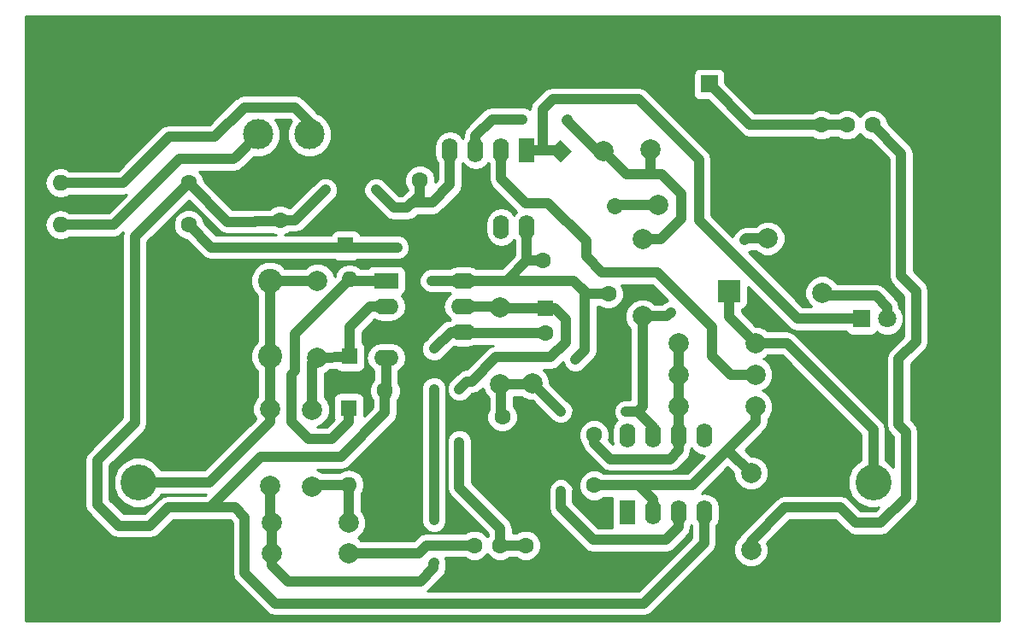
<source format=gbr>
G04 #@! TF.FileFunction,Copper,L2,Bot,Signal*
%FSLAX46Y46*%
G04 Gerber Fmt 4.6, Leading zero omitted, Abs format (unit mm)*
G04 Created by KiCad (PCBNEW 4.0.7-e2-6376~58~ubuntu14.04.1) date Thu Mar  1 13:22:35 2018*
%MOMM*%
%LPD*%
G01*
G04 APERTURE LIST*
%ADD10C,0.100000*%
%ADD11C,1.600000*%
%ADD12O,1.600000X1.600000*%
%ADD13R,1.600000X1.600000*%
%ADD14C,1.600000*%
%ADD15R,1.800000X1.800000*%
%ADD16C,1.800000*%
%ADD17R,2.200000X2.200000*%
%ADD18O,2.200000X2.200000*%
%ADD19C,3.810000*%
%ADD20C,3.556000*%
%ADD21R,3.000000X3.000000*%
%ADD22C,3.000000*%
%ADD23C,2.400000*%
%ADD24O,2.400000X2.400000*%
%ADD25C,1.998980*%
%ADD26R,2.400000X1.600000*%
%ADD27O,2.400000X1.600000*%
%ADD28R,1.600000X2.400000*%
%ADD29O,1.600000X2.400000*%
%ADD30R,1.700000X1.700000*%
%ADD31O,1.700000X1.700000*%
%ADD32C,1.000000*%
%ADD33C,1.000000*%
%ADD34C,0.254000*%
G04 APERTURE END LIST*
D10*
D11*
X16950000Y44200000D03*
D12*
X4250000Y44200000D03*
D13*
X26000000Y43000000D03*
D11*
X26000000Y40500000D03*
X39850000Y39450000D03*
X39850000Y44450000D03*
X58500000Y28200000D03*
X58500000Y33200000D03*
D13*
X32500000Y38000000D03*
D11*
X32500000Y40500000D03*
D13*
X52300000Y31800000D03*
D11*
X52300000Y29300000D03*
X36400000Y18600000D03*
X36400000Y23600000D03*
X47000000Y36500000D03*
X52000000Y36500000D03*
X48000000Y21000000D03*
X48000000Y16000000D03*
X57100000Y19200000D03*
X57100000Y14200000D03*
D13*
X32900000Y27000000D03*
D12*
X32900000Y34620000D03*
D13*
X32800000Y21900000D03*
D12*
X32800000Y14280000D03*
D10*
G36*
X52643629Y47350000D02*
X53775000Y48481371D01*
X54906371Y47350000D01*
X53775000Y46218629D01*
X52643629Y47350000D01*
X52643629Y47350000D01*
G37*
D14*
X59163154Y41961846D02*
X59163154Y41961846D01*
D15*
X83600000Y30725000D03*
D16*
X86140000Y30725000D03*
D17*
X70500000Y33500000D03*
D18*
X70500000Y41120000D03*
D19*
X5650000Y20850000D03*
D20*
X12000000Y14500000D03*
D19*
X18350000Y20850000D03*
X5650000Y8150000D03*
X18350000Y8150000D03*
D21*
X34000000Y49000000D03*
D22*
X28920000Y49000000D03*
X23840000Y49000000D03*
D19*
X78400000Y20850000D03*
D20*
X84750000Y14500000D03*
D19*
X91100000Y20850000D03*
X78400000Y8150000D03*
X91100000Y8150000D03*
D23*
X25000000Y27000000D03*
D24*
X4680000Y27000000D03*
D23*
X25000000Y34500000D03*
D24*
X4680000Y34500000D03*
D11*
X16950000Y40050000D03*
D12*
X4250000Y40050000D03*
D25*
X29700000Y26890000D03*
X29700000Y34510000D03*
X29200000Y14090000D03*
X29200000Y21710000D03*
X25000000Y14190000D03*
X25000000Y21810000D03*
X25190000Y10500000D03*
X32810000Y10500000D03*
X61900000Y30965000D03*
X61900000Y38585000D03*
X62690000Y47500000D03*
X70310000Y47500000D03*
X73110000Y25200000D03*
X65490000Y25200000D03*
X32810000Y7500000D03*
X25190000Y7500000D03*
X63444077Y41980923D03*
X58055923Y47369077D03*
X47800000Y24190000D03*
X47800000Y31810000D03*
X51000000Y24310000D03*
X51000000Y16690000D03*
X72650000Y15435000D03*
X72650000Y7815000D03*
X74305923Y38694077D03*
X79694077Y33305923D03*
X65490000Y22000000D03*
X73110000Y22000000D03*
X73110000Y28300000D03*
X65490000Y28300000D03*
D26*
X36500000Y34500000D03*
D27*
X44120000Y26880000D03*
X36500000Y31960000D03*
X44120000Y29420000D03*
X36500000Y29420000D03*
X44120000Y31960000D03*
X36500000Y26880000D03*
X44120000Y34500000D03*
D28*
X50450000Y47425000D03*
D29*
X42830000Y39805000D03*
X47910000Y47425000D03*
X45370000Y39805000D03*
X45370000Y47425000D03*
X47910000Y39805000D03*
X42830000Y47425000D03*
X50450000Y39805000D03*
D28*
X60400000Y11500000D03*
D29*
X68020000Y19120000D03*
X62940000Y11500000D03*
X65480000Y19120000D03*
X65480000Y11500000D03*
X62940000Y19120000D03*
X68020000Y11500000D03*
X60400000Y19120000D03*
D30*
X68500000Y54000000D03*
D31*
X65960000Y54000000D03*
D11*
X79600000Y49950000D03*
X82140000Y49950000D03*
X84680000Y49950000D03*
X45250000Y8250000D03*
X47790000Y8250000D03*
X50330000Y8250000D03*
D32*
X30500000Y43500000D03*
X35500000Y43500000D03*
X37600000Y37800000D03*
X41000000Y34500000D03*
X55250000Y26650000D03*
X60250000Y21500000D03*
X64725000Y31350000D03*
X72000000Y38500000D03*
X43750000Y23750000D03*
X43750000Y18500000D03*
X41250000Y27750000D03*
X41250000Y6500000D03*
X41250000Y10750000D03*
X41250000Y23750000D03*
X53800000Y13650000D03*
X53800000Y21550000D03*
X54500000Y50500000D03*
X50000000Y50500000D03*
D33*
X11750000Y39000000D02*
X11600000Y38850000D01*
X11600000Y38850000D02*
X11600000Y20400000D01*
X19000000Y12000000D02*
X14900000Y12000000D01*
X14900000Y12000000D02*
X13100000Y10200000D01*
X13100000Y10200000D02*
X10000000Y10200000D01*
X10000000Y10200000D02*
X7900000Y12300000D01*
X7900000Y12300000D02*
X7900000Y16700000D01*
X7900000Y16700000D02*
X11600000Y20400000D01*
X16950000Y44200000D02*
X11750000Y39000000D01*
X16950000Y44200000D02*
X20800000Y40350000D01*
X23575000Y40400000D02*
X25900000Y40400000D01*
X23525000Y40350000D02*
X23575000Y40400000D01*
X20800000Y40350000D02*
X23525000Y40350000D01*
X35500000Y43500000D02*
X37275000Y41725000D01*
X38600000Y41725000D02*
X37275000Y41725000D01*
X27500000Y40500000D02*
X26000000Y40500000D01*
X27500000Y40500000D02*
X30500000Y43500000D01*
X19000000Y12000000D02*
X21500000Y12000000D01*
X25500000Y2500000D02*
X22500000Y5500000D01*
X25500000Y2500000D02*
X62000000Y2500000D01*
X22500000Y11000000D02*
X22500000Y5500000D01*
X21500000Y12000000D02*
X22500000Y11000000D01*
X68020000Y11500000D02*
X68020000Y8520000D01*
X68020000Y8520000D02*
X62000000Y2500000D01*
X25900000Y40400000D02*
X26000000Y40500000D01*
X38600000Y41725000D02*
X39850000Y42975000D01*
X39850000Y42975000D02*
X39850000Y44450000D01*
X42830000Y44005000D02*
X42830000Y47425000D01*
X41075000Y42250000D02*
X42830000Y44005000D01*
X39125000Y42250000D02*
X41075000Y42250000D01*
X38600000Y41725000D02*
X39125000Y42250000D01*
X19100000Y12000000D02*
X19000000Y12000000D01*
X36400000Y23600000D02*
X36400000Y21400000D01*
X36400000Y21400000D02*
X32000000Y17000000D01*
X32000000Y17000000D02*
X24100000Y17000000D01*
X24100000Y17000000D02*
X19100000Y12000000D01*
X36500000Y26880000D02*
X37080000Y26880000D01*
X36500000Y23200000D02*
X36500000Y26880000D01*
X44120000Y34500000D02*
X48425000Y34500000D01*
X41000000Y34500000D02*
X44120000Y34500000D01*
X56200000Y33400000D02*
X55100000Y34500000D01*
X56200000Y27600000D02*
X56200000Y33400000D01*
X55250000Y26650000D02*
X56200000Y27600000D01*
X61400000Y21500000D02*
X60250000Y21500000D01*
X37600000Y37800000D02*
X32700000Y37800000D01*
X32700000Y37800000D02*
X32500000Y38000000D01*
X52000000Y36500000D02*
X50475000Y36500000D01*
X50475000Y36500000D02*
X50450000Y36525000D01*
X72000000Y38500000D02*
X72194077Y38694077D01*
X64340000Y30965000D02*
X64725000Y31350000D01*
X61900000Y30965000D02*
X64340000Y30965000D01*
X72194077Y38694077D02*
X74305923Y38694077D01*
X61900000Y30965000D02*
X61900000Y22000000D01*
X61900000Y22000000D02*
X61400000Y21500000D01*
X50450000Y39805000D02*
X50450000Y36525000D01*
X50450000Y36525000D02*
X48425000Y34500000D01*
X58500000Y33200000D02*
X56400000Y33200000D01*
X56400000Y33200000D02*
X55100000Y34500000D01*
X16950000Y40050000D02*
X19200000Y37800000D01*
X19200000Y37800000D02*
X37600000Y37800000D01*
X55100000Y34500000D02*
X48425000Y34500000D01*
X62940000Y19120000D02*
X62940000Y19960000D01*
X62940000Y19960000D02*
X61400000Y21500000D01*
X47790000Y8250000D02*
X50330000Y8250000D01*
X47790000Y8250000D02*
X47790000Y9960000D01*
X43750000Y14000000D02*
X43750000Y18500000D01*
X47790000Y9960000D02*
X43750000Y14000000D01*
X43750000Y23750000D02*
X44500000Y24500000D01*
X44500000Y24500000D02*
X45000000Y24500000D01*
X52300000Y31800000D02*
X53200000Y31800000D01*
X45000000Y24500000D02*
X47400000Y26900000D01*
X53200000Y31800000D02*
X54300000Y30700000D01*
X54300000Y30700000D02*
X54300000Y28400000D01*
X54300000Y28400000D02*
X52800000Y26900000D01*
X52800000Y26900000D02*
X47400000Y26900000D01*
X52300000Y31800000D02*
X47810000Y31800000D01*
X47810000Y31800000D02*
X47800000Y31810000D01*
X47800000Y31810000D02*
X47650000Y31960000D01*
X47650000Y31960000D02*
X44120000Y31960000D01*
X41250000Y23750000D02*
X41250000Y10750000D01*
X41200000Y6000000D02*
X41200000Y6450000D01*
X41200000Y6450000D02*
X41250000Y6500000D01*
X39900000Y4700000D02*
X41200000Y6000000D01*
X26800000Y4700000D02*
X39900000Y4700000D01*
X25190000Y6310000D02*
X26800000Y4700000D01*
X25190000Y6310000D02*
X25190000Y7500000D01*
X25000000Y14190000D02*
X25000000Y10690000D01*
X25000000Y10690000D02*
X25190000Y10500000D01*
X52300000Y29300000D02*
X44240000Y29300000D01*
X41250000Y27750000D02*
X42920000Y29420000D01*
X42920000Y29420000D02*
X44120000Y29420000D01*
X44240000Y29300000D02*
X44120000Y29420000D01*
X42920000Y29420000D02*
X44120000Y29420000D01*
X25190000Y7500000D02*
X25190000Y10500000D01*
X51000000Y24310000D02*
X53760000Y21550000D01*
X53800000Y13650000D02*
X53800000Y12000000D01*
X53760000Y21550000D02*
X53800000Y21550000D01*
X53800000Y12000000D02*
X57000000Y8800000D01*
X57000000Y8800000D02*
X64200000Y8800000D01*
X64200000Y8800000D02*
X65480000Y10080000D01*
X65480000Y11500000D02*
X65480000Y10080000D01*
X47900000Y20900000D02*
X47900000Y24090000D01*
X47900000Y24090000D02*
X47800000Y24190000D01*
X47800000Y24190000D02*
X50480000Y24190000D01*
X50480000Y24190000D02*
X50490000Y24200000D01*
X65490000Y28300000D02*
X65490000Y25200000D01*
X57100000Y19200000D02*
X57100000Y18400000D01*
X57100000Y18400000D02*
X58700000Y16800000D01*
X58700000Y16800000D02*
X64600000Y16800000D01*
X64600000Y16800000D02*
X65480000Y17680000D01*
X65480000Y17680000D02*
X65480000Y19120000D01*
X65490000Y22000000D02*
X65490000Y25290000D01*
X65490000Y25290000D02*
X65500000Y25300000D01*
X65490000Y22000000D02*
X65490000Y19130000D01*
X65490000Y19130000D02*
X65480000Y19120000D01*
X72650000Y15435000D02*
X70342500Y17742500D01*
X70400000Y17750000D02*
X70400000Y17800000D01*
X70392500Y17742500D02*
X70400000Y17750000D01*
X70342500Y17742500D02*
X70392500Y17742500D01*
X66800000Y14200000D02*
X68035000Y15435000D01*
X73110000Y22000000D02*
X73110000Y20510000D01*
X66800000Y14200000D02*
X61500000Y14200000D01*
X73110000Y20510000D02*
X70400000Y17800000D01*
X70400000Y17800000D02*
X66800000Y14200000D01*
X57100000Y14200000D02*
X61500000Y14200000D01*
X62940000Y12760000D02*
X62940000Y11500000D01*
X61500000Y14200000D02*
X62940000Y12760000D01*
X29200000Y21710000D02*
X29200000Y26390000D01*
X29200000Y26390000D02*
X29700000Y26890000D01*
X32900000Y27000000D02*
X32900000Y29900000D01*
X34960000Y31960000D02*
X36500000Y31960000D01*
X32900000Y29900000D02*
X34960000Y31960000D01*
X29700000Y26890000D02*
X32840000Y26940000D01*
X32840000Y26940000D02*
X32900000Y27000000D01*
X32800000Y21900000D02*
X32800000Y20500000D01*
X27500000Y29220000D02*
X32900000Y34620000D01*
X27500000Y25600000D02*
X27500000Y29220000D01*
X27100000Y25200000D02*
X27500000Y25600000D01*
X27100000Y20500000D02*
X27100000Y25200000D01*
X28800000Y18800000D02*
X27100000Y20500000D01*
X31100000Y18800000D02*
X28800000Y18800000D01*
X32800000Y20500000D02*
X31100000Y18800000D01*
X32900000Y34620000D02*
X33020000Y34500000D01*
X33020000Y34500000D02*
X36500000Y34500000D01*
X32810000Y10500000D02*
X32810000Y14270000D01*
X32810000Y14270000D02*
X32800000Y14280000D01*
X32900000Y14280000D02*
X29390000Y14280000D01*
X29390000Y14280000D02*
X29200000Y14090000D01*
X32500000Y10500000D02*
X32810000Y10500000D01*
X67500000Y40500000D02*
X77275000Y30725000D01*
X61500000Y52500000D02*
X67500000Y46500000D01*
X67500000Y46500000D02*
X67500000Y40500000D01*
X52000000Y47425000D02*
X52000000Y51500000D01*
X52000000Y51500000D02*
X53000000Y52500000D01*
X53000000Y52500000D02*
X61500000Y52500000D01*
X77275000Y30725000D02*
X83600000Y30725000D01*
X50450000Y47425000D02*
X52000000Y47425000D01*
X52000000Y47425000D02*
X53650000Y47425000D01*
X63444077Y41980923D02*
X59182231Y41980923D01*
X59182231Y41980923D02*
X59163154Y41961846D01*
X79694077Y33305923D02*
X80000000Y33000000D01*
X80000000Y33000000D02*
X85000000Y33000000D01*
X85000000Y33000000D02*
X86140000Y31860000D01*
X86140000Y31860000D02*
X86140000Y30725000D01*
X70500000Y33500000D02*
X70500000Y30910000D01*
X70500000Y30910000D02*
X73110000Y28300000D01*
X70500000Y33100000D02*
X70500000Y33500000D01*
X73110000Y28300000D02*
X76200000Y28300000D01*
X76200000Y28300000D02*
X84750000Y19750000D01*
X84750000Y19750000D02*
X84750000Y14500000D01*
X29700000Y34510000D02*
X25010000Y34510000D01*
X25010000Y34510000D02*
X25000000Y34500000D01*
X19000000Y14500000D02*
X25000000Y20500000D01*
X12000000Y14500000D02*
X19000000Y14500000D01*
X25000000Y20500000D02*
X25000000Y21810000D01*
X25000000Y27000000D02*
X25000000Y34500000D01*
X25000000Y21810000D02*
X25000000Y27000000D01*
X29640000Y34450000D02*
X29700000Y34510000D01*
X26220000Y51700000D02*
X27450000Y51700000D01*
X10450000Y44200000D02*
X15000000Y48750000D01*
X15000000Y48750000D02*
X19500000Y48750000D01*
X19500000Y48750000D02*
X22450000Y51700000D01*
X4250000Y44200000D02*
X10450000Y44200000D01*
X22450000Y51700000D02*
X25600000Y51700000D01*
X25600000Y51700000D02*
X26220000Y51700000D01*
X27450000Y51700000D02*
X28920000Y50230000D01*
X28920000Y50230000D02*
X28920000Y49000000D01*
X16000000Y46550000D02*
X21390000Y46550000D01*
X9600000Y40150000D02*
X16000000Y46550000D01*
X23840000Y49000000D02*
X21690000Y46850000D01*
X9500000Y40050000D02*
X9600000Y40150000D01*
X9500000Y40050000D02*
X4250000Y40050000D01*
X21390000Y46550000D02*
X21690000Y46850000D01*
X82140000Y49950000D02*
X79600000Y49950000D01*
X79600000Y49950000D02*
X72550000Y49950000D01*
X72550000Y49950000D02*
X68500000Y54000000D01*
X62690000Y47500000D02*
X62690000Y45075000D01*
X62750000Y45250000D02*
X62750000Y45075000D01*
X62750000Y45135000D02*
X62750000Y45250000D01*
X62690000Y45075000D02*
X62750000Y45135000D01*
X45370000Y47425000D02*
X45370000Y48870000D01*
X54500000Y50500000D02*
X54500000Y50425000D01*
X47000000Y50500000D02*
X50000000Y50500000D01*
X45370000Y48870000D02*
X47000000Y50500000D01*
X58055923Y47369077D02*
X60350000Y45075000D01*
X63710000Y38585000D02*
X61900000Y38585000D01*
X65750000Y40625000D02*
X63710000Y38585000D01*
X65750000Y43100000D02*
X65750000Y40625000D01*
X63775000Y45075000D02*
X65750000Y43100000D01*
X60350000Y45075000D02*
X62750000Y45075000D01*
X62750000Y45075000D02*
X63775000Y45075000D01*
X54500000Y50425000D02*
X54425000Y50425000D01*
X57480923Y47369077D02*
X54425000Y50425000D01*
X58055923Y47369077D02*
X57480923Y47369077D01*
X63375000Y35300000D02*
X68800000Y29875000D01*
X68800000Y29875000D02*
X68800000Y27050000D01*
X47910000Y47425000D02*
X47910000Y44615000D01*
X57900000Y35300000D02*
X63375000Y35300000D01*
X56300000Y36900000D02*
X57900000Y35300000D01*
X56300000Y38425000D02*
X56300000Y36900000D01*
X52550000Y42175000D02*
X56300000Y38425000D01*
X50350000Y42175000D02*
X52550000Y42175000D01*
X47910000Y44615000D02*
X50350000Y42175000D01*
X70650000Y25200000D02*
X73110000Y25200000D01*
X68800000Y27050000D02*
X70650000Y25200000D01*
X32810000Y7500000D02*
X39750000Y7500000D01*
X40500000Y8250000D02*
X45250000Y8250000D01*
X39750000Y7500000D02*
X40500000Y8250000D01*
X87500000Y35000000D02*
X87500000Y47130000D01*
X87500000Y35000000D02*
X89000000Y33500000D01*
X89000000Y33500000D02*
X89000000Y28500000D01*
X72650000Y8650000D02*
X76000000Y12000000D01*
X76000000Y12000000D02*
X81500000Y12000000D01*
X81500000Y12000000D02*
X83000000Y10500000D01*
X83000000Y10500000D02*
X85500000Y10500000D01*
X85500000Y10500000D02*
X88000000Y13000000D01*
X88000000Y13000000D02*
X88000000Y19500000D01*
X88000000Y19500000D02*
X87250000Y20250000D01*
X87250000Y20250000D02*
X87250000Y26750000D01*
X87250000Y26750000D02*
X89000000Y28500000D01*
X87500000Y47130000D02*
X84680000Y49950000D01*
X72650000Y7815000D02*
X72650000Y8650000D01*
D34*
G36*
X97198000Y802000D02*
X802000Y802000D01*
X802000Y44200000D01*
X2693084Y44200000D01*
X2809320Y43615642D01*
X3140332Y43120248D01*
X3635726Y42789236D01*
X4220084Y42673000D01*
X4279916Y42673000D01*
X4864274Y42789236D01*
X5139296Y42973000D01*
X10450000Y42973000D01*
X10746797Y43032037D01*
X8991760Y41277000D01*
X5139296Y41277000D01*
X4864274Y41460764D01*
X4279916Y41577000D01*
X4220084Y41577000D01*
X3635726Y41460764D01*
X3140332Y41129752D01*
X2809320Y40634358D01*
X2693084Y40050000D01*
X2809320Y39465642D01*
X3140332Y38970248D01*
X3635726Y38639236D01*
X4220084Y38523000D01*
X4279916Y38523000D01*
X4864274Y38639236D01*
X5139296Y38823000D01*
X9500000Y38823000D01*
X9969553Y38916400D01*
X10367620Y39182380D01*
X10456867Y39271627D01*
X10373000Y38850000D01*
X10373000Y20908240D01*
X7032380Y17567620D01*
X6766400Y17169553D01*
X6673000Y16700000D01*
X6673000Y12300000D01*
X6766400Y11830447D01*
X7023315Y11445947D01*
X7032380Y11432380D01*
X9132380Y9332380D01*
X9530447Y9066400D01*
X10000000Y8973000D01*
X13100000Y8973000D01*
X13569553Y9066400D01*
X13967620Y9332380D01*
X15408240Y10773000D01*
X20991760Y10773000D01*
X21273000Y10491760D01*
X21273000Y5500000D01*
X21366400Y5030447D01*
X21476013Y4866400D01*
X21632380Y4632380D01*
X24632380Y1632380D01*
X25030448Y1366399D01*
X25500000Y1273000D01*
X62000000Y1273000D01*
X62469553Y1366400D01*
X62867620Y1632380D01*
X68887620Y7652380D01*
X69153601Y8050448D01*
X69247000Y8520000D01*
X69247000Y10202868D01*
X69430764Y10477890D01*
X69547000Y11062248D01*
X69547000Y11937752D01*
X69430764Y12522110D01*
X69099752Y13017504D01*
X68604358Y13348516D01*
X68020000Y13464752D01*
X67745363Y13410123D01*
X70342500Y16007260D01*
X70923502Y15426258D01*
X70923211Y15093087D01*
X71185500Y14458300D01*
X71670745Y13972206D01*
X72305073Y13708810D01*
X72991913Y13708211D01*
X73626700Y13970500D01*
X74112794Y14455745D01*
X74376190Y15090073D01*
X74376789Y15776913D01*
X74114500Y16411700D01*
X73629255Y16897794D01*
X72994927Y17161190D01*
X72658757Y17161483D01*
X72077740Y17742500D01*
X73977620Y19642380D01*
X74243601Y20040448D01*
X74337000Y20510000D01*
X74337000Y20785363D01*
X74572794Y21020745D01*
X74836190Y21655073D01*
X74836789Y22341913D01*
X74574500Y22976700D01*
X74089255Y23462794D01*
X73758796Y23600013D01*
X74086700Y23735500D01*
X74572794Y24220745D01*
X74836190Y24855073D01*
X74836789Y25541913D01*
X74574500Y26176700D01*
X74089255Y26662794D01*
X73879506Y26749889D01*
X74086700Y26835500D01*
X74324616Y27073000D01*
X75691760Y27073000D01*
X83523000Y19241760D01*
X83523000Y16703428D01*
X83332885Y16624874D01*
X82627603Y15920821D01*
X82245436Y15000461D01*
X82244566Y14003911D01*
X82625126Y13082885D01*
X83329179Y12377603D01*
X84249539Y11995436D01*
X85246089Y11994566D01*
X85268647Y12003887D01*
X84991760Y11727000D01*
X83508240Y11727000D01*
X82367620Y12867620D01*
X82312100Y12904717D01*
X81969553Y13133600D01*
X81500000Y13227000D01*
X76000000Y13227000D01*
X75530447Y13133600D01*
X75187900Y12904717D01*
X75132380Y12867620D01*
X71782380Y9517620D01*
X71523064Y9129526D01*
X71187206Y8794255D01*
X70923810Y8159927D01*
X70923211Y7473087D01*
X71185500Y6838300D01*
X71670745Y6352206D01*
X72305073Y6088810D01*
X72991913Y6088211D01*
X73626700Y6350500D01*
X74112794Y6835745D01*
X74376190Y7470073D01*
X74376789Y8156913D01*
X74235090Y8499850D01*
X76508240Y10773000D01*
X80991760Y10773000D01*
X82132380Y9632380D01*
X82530447Y9366400D01*
X83000000Y9273000D01*
X85500000Y9273000D01*
X85969553Y9366400D01*
X86367620Y9632380D01*
X88867620Y12132380D01*
X88930843Y12227000D01*
X89133600Y12530447D01*
X89227000Y13000000D01*
X89227000Y19500000D01*
X89133600Y19969553D01*
X88867620Y20367620D01*
X88477000Y20758240D01*
X88477000Y26241760D01*
X89867620Y27632380D01*
X90133601Y28030448D01*
X90227000Y28500000D01*
X90227000Y33500000D01*
X90133600Y33969553D01*
X89867620Y34367620D01*
X88727000Y35508240D01*
X88727000Y47130000D01*
X88633600Y47599553D01*
X88367620Y47997620D01*
X86207183Y50158057D01*
X86207265Y50252407D01*
X85975283Y50813846D01*
X85546106Y51243773D01*
X84985072Y51476735D01*
X84377593Y51477265D01*
X83816154Y51245283D01*
X83409668Y50839506D01*
X83006106Y51243773D01*
X82445072Y51476735D01*
X81837593Y51477265D01*
X81276154Y51245283D01*
X81207752Y51177000D01*
X80532763Y51177000D01*
X80466106Y51243773D01*
X79905072Y51476735D01*
X79297593Y51477265D01*
X78736154Y51245283D01*
X78667752Y51177000D01*
X73058240Y51177000D01*
X70091242Y54143998D01*
X70091242Y54850000D01*
X70040549Y55119410D01*
X69881328Y55366846D01*
X69638385Y55532843D01*
X69350000Y55591242D01*
X67650000Y55591242D01*
X67380590Y55540549D01*
X67133154Y55381328D01*
X66967157Y55138385D01*
X66908758Y54850000D01*
X66908758Y53150000D01*
X66959451Y52880590D01*
X67118672Y52633154D01*
X67361615Y52467157D01*
X67650000Y52408758D01*
X68356002Y52408758D01*
X71682380Y49082380D01*
X72080447Y48816400D01*
X72550000Y48723000D01*
X78667237Y48723000D01*
X78733894Y48656227D01*
X79294928Y48423265D01*
X79902407Y48422735D01*
X80463846Y48654717D01*
X80532248Y48723000D01*
X81207237Y48723000D01*
X81273894Y48656227D01*
X81834928Y48423265D01*
X82442407Y48422735D01*
X83003846Y48654717D01*
X83410332Y49060494D01*
X83813894Y48656227D01*
X84374928Y48423265D01*
X84471579Y48423181D01*
X86273000Y46621760D01*
X86273000Y35000000D01*
X86366400Y34530447D01*
X86549108Y34257005D01*
X86632380Y34132380D01*
X87773000Y32991760D01*
X87773000Y29008240D01*
X86382380Y27617620D01*
X86116400Y27219553D01*
X86023000Y26750000D01*
X86023000Y20250000D01*
X86116400Y19780447D01*
X86303789Y19500000D01*
X86382380Y19382380D01*
X86773000Y18991760D01*
X86773000Y16019167D01*
X86170821Y16622397D01*
X85977000Y16702879D01*
X85977000Y19750000D01*
X85883600Y20219553D01*
X85617620Y20617620D01*
X77067620Y29167620D01*
X76961973Y29238211D01*
X76669553Y29433600D01*
X76200000Y29527000D01*
X74324637Y29527000D01*
X74089255Y29762794D01*
X73454927Y30026190D01*
X73118757Y30026483D01*
X71727000Y31418240D01*
X71727000Y31682655D01*
X71869410Y31709451D01*
X72116846Y31868672D01*
X72282843Y32111615D01*
X72341242Y32400000D01*
X72341242Y33923518D01*
X76407380Y29857380D01*
X76805448Y29591399D01*
X77275000Y29498000D01*
X82046509Y29498000D01*
X82168672Y29308154D01*
X82411615Y29142157D01*
X82700000Y29083758D01*
X84500000Y29083758D01*
X84769410Y29134451D01*
X85016846Y29293672D01*
X85119677Y29444169D01*
X85217175Y29346501D01*
X85814950Y29098283D01*
X86462211Y29097718D01*
X87060418Y29344892D01*
X87518499Y29802175D01*
X87766717Y30399950D01*
X87767282Y31047211D01*
X87520108Y31645418D01*
X87367000Y31798793D01*
X87367000Y31860000D01*
X87273600Y32329553D01*
X87007620Y32727620D01*
X85867620Y33867620D01*
X85715068Y33969552D01*
X85469553Y34133600D01*
X85000000Y34227000D01*
X81181560Y34227000D01*
X81158577Y34282623D01*
X80673332Y34768717D01*
X80039004Y35032113D01*
X79352164Y35032712D01*
X78717377Y34770423D01*
X78231283Y34285178D01*
X77967887Y33650850D01*
X77967288Y32964010D01*
X78229577Y32329223D01*
X78606141Y31952000D01*
X77783240Y31952000D01*
X72398287Y37336953D01*
X72694131Y37459194D01*
X72702028Y37467077D01*
X73091286Y37467077D01*
X73326668Y37231283D01*
X73960996Y36967887D01*
X74647836Y36967288D01*
X75282623Y37229577D01*
X75768717Y37714822D01*
X76032113Y38349150D01*
X76032712Y39035990D01*
X75770423Y39670777D01*
X75285178Y40156871D01*
X74650850Y40420267D01*
X73964010Y40420866D01*
X73329223Y40158577D01*
X73091307Y39921077D01*
X72194077Y39921077D01*
X71724524Y39827677D01*
X71432242Y39632380D01*
X71326457Y39561697D01*
X71132380Y39367620D01*
X70960407Y39195947D01*
X70836850Y38898390D01*
X68727000Y41008240D01*
X68727000Y46500000D01*
X68633600Y46969553D01*
X68367620Y47367620D01*
X62367620Y53367620D01*
X61969553Y53633600D01*
X61500000Y53727000D01*
X53000000Y53727000D01*
X52530448Y53633601D01*
X52132380Y53367620D01*
X51132380Y52367620D01*
X50866400Y51969553D01*
X50773000Y51500000D01*
X50773000Y51462405D01*
X50695947Y51539593D01*
X50245136Y51726786D01*
X50000000Y51727000D01*
X49999925Y51727000D01*
X49757005Y51727212D01*
X49756492Y51727000D01*
X47000000Y51727000D01*
X46530447Y51633600D01*
X46295682Y51476735D01*
X46132380Y51367620D01*
X44502380Y49737620D01*
X44236400Y49339553D01*
X44143000Y48870000D01*
X44143000Y48722132D01*
X44100000Y48657778D01*
X43909752Y48942504D01*
X43414358Y49273516D01*
X42830000Y49389752D01*
X42245642Y49273516D01*
X41750248Y48942504D01*
X41419236Y48447110D01*
X41303000Y47862752D01*
X41303000Y46987248D01*
X41419236Y46402890D01*
X41603000Y46127868D01*
X41603000Y44513240D01*
X41376859Y44287099D01*
X41377265Y44752407D01*
X41145283Y45313846D01*
X40716106Y45743773D01*
X40155072Y45976735D01*
X39547593Y45977265D01*
X38986154Y45745283D01*
X38556227Y45316106D01*
X38323265Y44755072D01*
X38322735Y44147593D01*
X38554717Y43586154D01*
X38623000Y43517752D01*
X38623000Y43483240D01*
X38091760Y42952000D01*
X37783240Y42952000D01*
X36367620Y44367620D01*
X36367619Y44367620D01*
X36195947Y44539593D01*
X35745136Y44726786D01*
X35500000Y44727000D01*
X35257005Y44727212D01*
X34805869Y44540806D01*
X34460407Y44195947D01*
X34273214Y43745136D01*
X34272788Y43257005D01*
X34459194Y42805869D01*
X34804053Y42460407D01*
X34804566Y42460194D01*
X36407380Y40857380D01*
X36805447Y40591400D01*
X37275000Y40498000D01*
X38600000Y40498000D01*
X39069553Y40591400D01*
X39467620Y40857380D01*
X39633240Y41023000D01*
X41075000Y41023000D01*
X41544553Y41116400D01*
X41942620Y41382380D01*
X43697620Y43137380D01*
X43777551Y43257005D01*
X43963600Y43535447D01*
X44057000Y44005000D01*
X44057000Y46127868D01*
X44100000Y46192222D01*
X44290248Y45907496D01*
X44785642Y45576484D01*
X45370000Y45460248D01*
X45954358Y45576484D01*
X46449752Y45907496D01*
X46640000Y46192222D01*
X46683000Y46127868D01*
X46683000Y44615000D01*
X46776400Y44145447D01*
X46912740Y43941400D01*
X47042380Y43747380D01*
X49428400Y41361360D01*
X49370248Y41322504D01*
X49180000Y41037778D01*
X48989752Y41322504D01*
X48494358Y41653516D01*
X47910000Y41769752D01*
X47325642Y41653516D01*
X46830248Y41322504D01*
X46499236Y40827110D01*
X46383000Y40242752D01*
X46383000Y39367248D01*
X46499236Y38782890D01*
X46830248Y38287496D01*
X47325642Y37956484D01*
X47910000Y37840248D01*
X48494358Y37956484D01*
X48989752Y38287496D01*
X49180000Y38572222D01*
X49223000Y38507868D01*
X49223000Y37033240D01*
X47916760Y35727000D01*
X45417132Y35727000D01*
X45142110Y35910764D01*
X44557752Y36027000D01*
X43682248Y36027000D01*
X43097890Y35910764D01*
X42822868Y35727000D01*
X41000000Y35727000D01*
X40757005Y35727212D01*
X40305869Y35540806D01*
X39960407Y35195947D01*
X39773214Y34745136D01*
X39772788Y34257005D01*
X39959194Y33805869D01*
X40304053Y33460407D01*
X40754864Y33273214D01*
X41000000Y33273000D01*
X41000075Y33273000D01*
X41242995Y33272788D01*
X41243508Y33273000D01*
X42822868Y33273000D01*
X42887222Y33230000D01*
X42602496Y33039752D01*
X42271484Y32544358D01*
X42155248Y31960000D01*
X42271484Y31375642D01*
X42602496Y30880248D01*
X42887222Y30690000D01*
X42781696Y30619490D01*
X42450448Y30553601D01*
X42052380Y30287620D01*
X40382380Y28617620D01*
X40210407Y28445947D01*
X40023214Y27995136D01*
X40022788Y27507005D01*
X40209194Y27055869D01*
X40554053Y26710407D01*
X41004864Y26523214D01*
X41250000Y26523000D01*
X41492995Y26522788D01*
X41944131Y26709194D01*
X42289593Y27054053D01*
X42289806Y27054566D01*
X43220156Y27984916D01*
X43682248Y27893000D01*
X44557752Y27893000D01*
X45142110Y28009236D01*
X45237539Y28073000D01*
X47128522Y28073000D01*
X46930448Y28033601D01*
X46532380Y27767620D01*
X44489714Y25724954D01*
X44030447Y25633600D01*
X43632380Y25367620D01*
X42882380Y24617620D01*
X42710407Y24445947D01*
X42523214Y23995136D01*
X42522788Y23507005D01*
X42709194Y23055869D01*
X43054053Y22710407D01*
X43504864Y22523214D01*
X43750000Y22523000D01*
X43992995Y22522788D01*
X44444131Y22709194D01*
X44789593Y23054053D01*
X44789806Y23054566D01*
X45010286Y23275046D01*
X45469553Y23366400D01*
X45867620Y23632380D01*
X46076169Y23840929D01*
X46335500Y23213300D01*
X46673000Y22875209D01*
X46673000Y21786087D01*
X46473265Y21305072D01*
X46472735Y20697593D01*
X46704717Y20136154D01*
X47133894Y19706227D01*
X47694928Y19473265D01*
X48302407Y19472735D01*
X48863846Y19704717D01*
X49293773Y20133894D01*
X49526735Y20694928D01*
X49527265Y21302407D01*
X49295283Y21863846D01*
X49127000Y22032423D01*
X49127000Y22963000D01*
X49905153Y22963000D01*
X50020745Y22847206D01*
X50655073Y22583810D01*
X50991243Y22583517D01*
X52892380Y20682380D01*
X53012505Y20602115D01*
X53104053Y20510407D01*
X53224782Y20460276D01*
X53290447Y20416400D01*
X53367228Y20401127D01*
X53554864Y20323214D01*
X53759823Y20323035D01*
X53760000Y20323000D01*
X53800000Y20323000D01*
X54042995Y20322788D01*
X54494131Y20509194D01*
X54839593Y20854053D01*
X55026786Y21304864D01*
X55027212Y21792995D01*
X54840806Y22244131D01*
X54495947Y22589593D01*
X54427030Y22618210D01*
X52726498Y24318742D01*
X52726789Y24651913D01*
X52464500Y25286700D01*
X52078875Y25673000D01*
X52800000Y25673000D01*
X53269553Y25766400D01*
X53667620Y26032380D01*
X54028477Y26393237D01*
X54209194Y25955869D01*
X54554053Y25610407D01*
X55004864Y25423214D01*
X55250000Y25423000D01*
X55492995Y25422788D01*
X55944131Y25609194D01*
X56289593Y25954053D01*
X56289806Y25954566D01*
X57067620Y26732380D01*
X57130843Y26827000D01*
X57333600Y27130447D01*
X57427000Y27600000D01*
X57427000Y31973000D01*
X57567237Y31973000D01*
X57633894Y31906227D01*
X58194928Y31673265D01*
X58802407Y31672735D01*
X59363846Y31904717D01*
X59793773Y32333894D01*
X60026735Y32894928D01*
X60027265Y33502407D01*
X59795283Y34063846D01*
X59786145Y34073000D01*
X62866760Y34073000D01*
X64397475Y32542285D01*
X64030869Y32390806D01*
X63831715Y32192000D01*
X63114637Y32192000D01*
X62879255Y32427794D01*
X62244927Y32691190D01*
X61558087Y32691789D01*
X60923300Y32429500D01*
X60437206Y31944255D01*
X60173810Y31309927D01*
X60173211Y30623087D01*
X60435500Y29988300D01*
X60673000Y29750384D01*
X60673000Y22727000D01*
X60250000Y22727000D01*
X60007005Y22727212D01*
X59555869Y22540806D01*
X59210407Y22195947D01*
X59023214Y21745136D01*
X59022788Y21257005D01*
X59209194Y20805869D01*
X59354451Y20660358D01*
X59320248Y20637504D01*
X58989236Y20142110D01*
X58873000Y19557752D01*
X58873000Y18682248D01*
X58952459Y18282781D01*
X58542697Y18692543D01*
X58626735Y18894928D01*
X58627265Y19502407D01*
X58395283Y20063846D01*
X57966106Y20493773D01*
X57405072Y20726735D01*
X56797593Y20727265D01*
X56236154Y20495283D01*
X55806227Y20066106D01*
X55573265Y19505072D01*
X55572735Y18897593D01*
X55804717Y18336154D01*
X55905852Y18234842D01*
X55966400Y17930447D01*
X56142831Y17666400D01*
X56232380Y17532380D01*
X57832380Y15932380D01*
X58230448Y15666399D01*
X58700000Y15573000D01*
X64600000Y15573000D01*
X65069553Y15666400D01*
X65467620Y15932380D01*
X66347620Y16812380D01*
X66389381Y16874880D01*
X66613600Y17210447D01*
X66707000Y17680000D01*
X66707000Y17822868D01*
X66750000Y17887222D01*
X66940248Y17602496D01*
X67435642Y17271484D01*
X68020000Y17155248D01*
X68020010Y17155250D01*
X66291760Y15427000D01*
X58032763Y15427000D01*
X57966106Y15493773D01*
X57405072Y15726735D01*
X56797593Y15727265D01*
X56236154Y15495283D01*
X55806227Y15066106D01*
X55573265Y14505072D01*
X55572735Y13897593D01*
X55804717Y13336154D01*
X56233894Y12906227D01*
X56794928Y12673265D01*
X57402407Y12672735D01*
X57963846Y12904717D01*
X58032248Y12973000D01*
X58914041Y12973000D01*
X58858758Y12700000D01*
X58858758Y10300000D01*
X58909451Y10030590D01*
X58911761Y10027000D01*
X57508240Y10027000D01*
X55027000Y12508240D01*
X55027000Y13650000D01*
X55027212Y13892995D01*
X54840806Y14344131D01*
X54495947Y14689593D01*
X54045136Y14876786D01*
X53800000Y14877000D01*
X53557005Y14877212D01*
X53105869Y14690806D01*
X52760407Y14345947D01*
X52573214Y13895136D01*
X52572788Y13407005D01*
X52573000Y13406492D01*
X52573000Y12000000D01*
X52666400Y11530447D01*
X52775198Y11367620D01*
X52932380Y11132380D01*
X56132380Y7932380D01*
X56530447Y7666400D01*
X57000000Y7573000D01*
X64200000Y7573000D01*
X64669553Y7666400D01*
X65067620Y7932380D01*
X66347620Y9212380D01*
X66450533Y9366400D01*
X66613600Y9610447D01*
X66707000Y10080000D01*
X66707000Y10202868D01*
X66750000Y10267222D01*
X66793000Y10202868D01*
X66793000Y9028240D01*
X61491760Y3727000D01*
X40609908Y3727000D01*
X40767620Y3832380D01*
X42067620Y5132380D01*
X42333601Y5530448D01*
X42427000Y6000000D01*
X42427000Y6134966D01*
X42476786Y6254864D01*
X42477212Y6742995D01*
X42383602Y6969549D01*
X42383601Y6969552D01*
X42383599Y6969555D01*
X42361516Y7023000D01*
X44317237Y7023000D01*
X44383894Y6956227D01*
X44944928Y6723265D01*
X45552407Y6722735D01*
X46113846Y6954717D01*
X46520332Y7360494D01*
X46923894Y6956227D01*
X47484928Y6723265D01*
X48092407Y6722735D01*
X48653846Y6954717D01*
X48722248Y7023000D01*
X49397237Y7023000D01*
X49463894Y6956227D01*
X50024928Y6723265D01*
X50632407Y6722735D01*
X51193846Y6954717D01*
X51623773Y7383894D01*
X51856735Y7944928D01*
X51857265Y8552407D01*
X51625283Y9113846D01*
X51196106Y9543773D01*
X50635072Y9776735D01*
X50027593Y9777265D01*
X49466154Y9545283D01*
X49397752Y9477000D01*
X49017000Y9477000D01*
X49017000Y9960000D01*
X48998292Y10054053D01*
X48923601Y10429552D01*
X48657620Y10827620D01*
X44977000Y14508240D01*
X44977000Y18500000D01*
X44977212Y18742995D01*
X44790806Y19194131D01*
X44445947Y19539593D01*
X43995136Y19726786D01*
X43750000Y19727000D01*
X43507005Y19727212D01*
X43055869Y19540806D01*
X42710407Y19195947D01*
X42523214Y18745136D01*
X42522788Y18257005D01*
X42523000Y18256492D01*
X42523000Y14000000D01*
X42616400Y13530447D01*
X42788421Y13273000D01*
X42882380Y13132380D01*
X46563000Y9451760D01*
X46563000Y9182763D01*
X46519668Y9139506D01*
X46116106Y9543773D01*
X45555072Y9776735D01*
X44947593Y9777265D01*
X44386154Y9545283D01*
X44317752Y9477000D01*
X40500000Y9477000D01*
X40030447Y9383600D01*
X39635273Y9119553D01*
X39632380Y9117620D01*
X39241760Y8727000D01*
X34024637Y8727000D01*
X33789255Y8962794D01*
X33700217Y8999766D01*
X33786700Y9035500D01*
X34272794Y9520745D01*
X34536190Y10155073D01*
X34536789Y10841913D01*
X34274500Y11476700D01*
X34037000Y11714616D01*
X34037000Y13405670D01*
X34210764Y13665726D01*
X34327000Y14250084D01*
X34327000Y14309916D01*
X34210764Y14894274D01*
X33879752Y15389668D01*
X33384358Y15720680D01*
X32800000Y15836916D01*
X32215642Y15720680D01*
X31895848Y15507000D01*
X30224969Y15507000D01*
X30179255Y15552794D01*
X29648940Y15773000D01*
X32000000Y15773000D01*
X32469553Y15866400D01*
X32867620Y16132380D01*
X37267620Y20532380D01*
X37533601Y20930448D01*
X37627000Y21400000D01*
X37627000Y22667237D01*
X37693773Y22733894D01*
X37926735Y23294928D01*
X37926920Y23507005D01*
X40022788Y23507005D01*
X40023000Y23506492D01*
X40023000Y10750000D01*
X40022788Y10507005D01*
X40209194Y10055869D01*
X40554053Y9710407D01*
X41004864Y9523214D01*
X41250000Y9523000D01*
X41492995Y9522788D01*
X41944131Y9709194D01*
X42289593Y10054053D01*
X42476786Y10504864D01*
X42477212Y10992995D01*
X42477000Y10993508D01*
X42477000Y23750000D01*
X42477212Y23992995D01*
X42290806Y24444131D01*
X41945947Y24789593D01*
X41495136Y24976786D01*
X41250000Y24977000D01*
X41007005Y24977212D01*
X40555869Y24790806D01*
X40210407Y24445947D01*
X40023214Y23995136D01*
X40022788Y23507005D01*
X37926920Y23507005D01*
X37927265Y23902407D01*
X37727000Y24387085D01*
X37727000Y25606139D01*
X38017504Y25800248D01*
X38348516Y26295642D01*
X38464752Y26880000D01*
X38348516Y27464358D01*
X38017504Y27959752D01*
X37522110Y28290764D01*
X36937752Y28407000D01*
X36062248Y28407000D01*
X35477890Y28290764D01*
X34982496Y27959752D01*
X34651484Y27464358D01*
X34535248Y26880000D01*
X34651484Y26295642D01*
X34982496Y25800248D01*
X35273000Y25606139D01*
X35273000Y24632588D01*
X35106227Y24466106D01*
X34873265Y23905072D01*
X34872735Y23297593D01*
X35104717Y22736154D01*
X35173000Y22667752D01*
X35173000Y21908240D01*
X34335270Y21070510D01*
X34341242Y21100000D01*
X34341242Y22700000D01*
X34290549Y22969410D01*
X34131328Y23216846D01*
X33888385Y23382843D01*
X33600000Y23441242D01*
X32000000Y23441242D01*
X31730590Y23390549D01*
X31483154Y23231328D01*
X31317157Y22988385D01*
X31258758Y22700000D01*
X31258758Y21100000D01*
X31309451Y20830590D01*
X31343084Y20778324D01*
X30591760Y20027000D01*
X29647890Y20027000D01*
X30176700Y20245500D01*
X30662794Y20730745D01*
X30926190Y21365073D01*
X30926789Y22051913D01*
X30664500Y22686700D01*
X30427000Y22924616D01*
X30427000Y25322326D01*
X30676700Y25425500D01*
X30934147Y25682497D01*
X31562655Y25692505D01*
X31568672Y25683154D01*
X31811615Y25517157D01*
X32100000Y25458758D01*
X33700000Y25458758D01*
X33969410Y25509451D01*
X34216846Y25668672D01*
X34382843Y25911615D01*
X34441242Y26200000D01*
X34441242Y27800000D01*
X34390549Y28069410D01*
X34231328Y28316846D01*
X34127000Y28388131D01*
X34127000Y29391760D01*
X35361947Y30626707D01*
X35477890Y30549236D01*
X36062248Y30433000D01*
X36937752Y30433000D01*
X37522110Y30549236D01*
X38017504Y30880248D01*
X38348516Y31375642D01*
X38464752Y31960000D01*
X38348516Y32544358D01*
X38017504Y33039752D01*
X38017011Y33040081D01*
X38216846Y33168672D01*
X38382843Y33411615D01*
X38441242Y33700000D01*
X38441242Y35300000D01*
X38390549Y35569410D01*
X38231328Y35816846D01*
X37988385Y35982843D01*
X37700000Y36041242D01*
X35300000Y36041242D01*
X35030590Y35990549D01*
X34783154Y35831328D01*
X34711869Y35727000D01*
X33981535Y35727000D01*
X33979752Y35729668D01*
X33484358Y36060680D01*
X32900000Y36176916D01*
X32315642Y36060680D01*
X31820248Y35729668D01*
X31489236Y35234274D01*
X31417602Y34874147D01*
X31164500Y35486700D01*
X30679255Y35972794D01*
X30044927Y36236190D01*
X29358087Y36236789D01*
X28723300Y35974500D01*
X28485384Y35737000D01*
X26487972Y35737000D01*
X26092983Y36132678D01*
X25384986Y36426665D01*
X24618378Y36427334D01*
X23909868Y36134584D01*
X23367322Y35592983D01*
X23073335Y34884986D01*
X23072666Y34118378D01*
X23365416Y33409868D01*
X23773000Y33001573D01*
X23773000Y28497954D01*
X23367322Y28092983D01*
X23073335Y27384986D01*
X23072666Y26618378D01*
X23365416Y25909868D01*
X23773000Y25501573D01*
X23773000Y23024637D01*
X23537206Y22789255D01*
X23273810Y22154927D01*
X23273211Y21468087D01*
X23535500Y20833300D01*
X23566753Y20801993D01*
X18491760Y15727000D01*
X14203428Y15727000D01*
X14124874Y15917115D01*
X13420821Y16622397D01*
X12500461Y17004564D01*
X11503911Y17005434D01*
X10582885Y16624874D01*
X9877603Y15920821D01*
X9495436Y15000461D01*
X9494566Y14003911D01*
X9875126Y13082885D01*
X10579179Y12377603D01*
X11499539Y11995436D01*
X12496089Y11994566D01*
X13417115Y12375126D01*
X14122397Y13079179D01*
X14202879Y13273000D01*
X18637760Y13273000D01*
X18591760Y13227000D01*
X14900000Y13227000D01*
X14430447Y13133600D01*
X14087900Y12904717D01*
X14032380Y12867620D01*
X12591760Y11427000D01*
X10508240Y11427000D01*
X9127000Y12808240D01*
X9127000Y16191760D01*
X12467620Y19532380D01*
X12541120Y19642380D01*
X12733600Y19930447D01*
X12827000Y20400000D01*
X12827000Y38341760D01*
X16950000Y42464760D01*
X19932380Y39482380D01*
X20330447Y39216400D01*
X20800000Y39123000D01*
X23525000Y39123000D01*
X23776367Y39173000D01*
X25213913Y39173000D01*
X25565520Y39027000D01*
X19708240Y39027000D01*
X18477183Y40258057D01*
X18477265Y40352407D01*
X18245283Y40913846D01*
X17816106Y41343773D01*
X17255072Y41576735D01*
X16647593Y41577265D01*
X16086154Y41345283D01*
X15656227Y40916106D01*
X15423265Y40355072D01*
X15422735Y39747593D01*
X15654717Y39186154D01*
X16083894Y38756227D01*
X16644928Y38523265D01*
X16741579Y38523181D01*
X18332380Y36932380D01*
X18730448Y36666399D01*
X19200000Y36573000D01*
X31329887Y36573000D01*
X31411615Y36517157D01*
X31700000Y36458758D01*
X33300000Y36458758D01*
X33569410Y36509451D01*
X33668168Y36573000D01*
X37600000Y36573000D01*
X37842995Y36572788D01*
X38294131Y36759194D01*
X38639593Y37104053D01*
X38826786Y37554864D01*
X38827212Y38042995D01*
X38640806Y38494131D01*
X38295947Y38839593D01*
X37845136Y39026786D01*
X37600000Y39027000D01*
X37599925Y39027000D01*
X37357005Y39027212D01*
X37356492Y39027000D01*
X33998529Y39027000D01*
X33990549Y39069410D01*
X33831328Y39316846D01*
X33588385Y39482843D01*
X33300000Y39541242D01*
X31700000Y39541242D01*
X31430590Y39490549D01*
X31183154Y39331328D01*
X31017157Y39088385D01*
X31004726Y39027000D01*
X26433738Y39027000D01*
X26863846Y39204717D01*
X26932248Y39273000D01*
X27500000Y39273000D01*
X27969553Y39366400D01*
X28367620Y39632380D01*
X31367620Y42632380D01*
X31367620Y42632381D01*
X31539593Y42804053D01*
X31633599Y43030446D01*
X31633601Y43030448D01*
X31633602Y43030451D01*
X31726786Y43254864D01*
X31727212Y43742995D01*
X31633602Y43969549D01*
X31633601Y43969552D01*
X31633599Y43969555D01*
X31540806Y44194131D01*
X31195947Y44539593D01*
X30969553Y44633600D01*
X30969552Y44633601D01*
X30969549Y44633602D01*
X30745136Y44726786D01*
X30500000Y44727000D01*
X30257005Y44727212D01*
X30030451Y44633602D01*
X30030448Y44633601D01*
X30030447Y44633600D01*
X29805869Y44540806D01*
X29460407Y44195947D01*
X29460194Y44195434D01*
X26991760Y41727000D01*
X26932763Y41727000D01*
X26866106Y41793773D01*
X26305072Y42026735D01*
X25697593Y42027265D01*
X25136154Y41795283D01*
X24967577Y41627000D01*
X23575000Y41627000D01*
X23323631Y41577000D01*
X21308240Y41577000D01*
X18477183Y44408057D01*
X18477265Y44502407D01*
X18245283Y45063846D01*
X17986581Y45323000D01*
X21390000Y45323000D01*
X21859553Y45416400D01*
X22257620Y45682380D01*
X23362256Y46787016D01*
X23395079Y46773387D01*
X24281034Y46772614D01*
X25099846Y47110940D01*
X25726858Y47736858D01*
X26066613Y48555079D01*
X26067386Y49441034D01*
X25729060Y50259846D01*
X25516278Y50473000D01*
X26941760Y50473000D01*
X27092432Y50322328D01*
X27033142Y50263142D01*
X26693387Y49444921D01*
X26692614Y48558966D01*
X27030940Y47740154D01*
X27656858Y47113142D01*
X28475079Y46773387D01*
X29361034Y46772614D01*
X30179846Y47110940D01*
X30806858Y47736858D01*
X31146613Y48555079D01*
X31147386Y49441034D01*
X30809060Y50259846D01*
X30183142Y50886858D01*
X29830646Y51033227D01*
X29787620Y51097620D01*
X28317620Y52567620D01*
X28218874Y52633600D01*
X27919553Y52833600D01*
X27450000Y52927000D01*
X22450000Y52927000D01*
X21980447Y52833600D01*
X21681126Y52633600D01*
X21582380Y52567620D01*
X18991760Y49977000D01*
X15000000Y49977000D01*
X14530448Y49883601D01*
X14132380Y49617620D01*
X9941760Y45427000D01*
X5139296Y45427000D01*
X4864274Y45610764D01*
X4279916Y45727000D01*
X4220084Y45727000D01*
X3635726Y45610764D01*
X3140332Y45279752D01*
X2809320Y44784358D01*
X2693084Y44200000D01*
X802000Y44200000D01*
X802000Y60698000D01*
X97198000Y60698000D01*
X97198000Y802000D01*
X97198000Y802000D01*
G37*
X97198000Y802000D02*
X802000Y802000D01*
X802000Y44200000D01*
X2693084Y44200000D01*
X2809320Y43615642D01*
X3140332Y43120248D01*
X3635726Y42789236D01*
X4220084Y42673000D01*
X4279916Y42673000D01*
X4864274Y42789236D01*
X5139296Y42973000D01*
X10450000Y42973000D01*
X10746797Y43032037D01*
X8991760Y41277000D01*
X5139296Y41277000D01*
X4864274Y41460764D01*
X4279916Y41577000D01*
X4220084Y41577000D01*
X3635726Y41460764D01*
X3140332Y41129752D01*
X2809320Y40634358D01*
X2693084Y40050000D01*
X2809320Y39465642D01*
X3140332Y38970248D01*
X3635726Y38639236D01*
X4220084Y38523000D01*
X4279916Y38523000D01*
X4864274Y38639236D01*
X5139296Y38823000D01*
X9500000Y38823000D01*
X9969553Y38916400D01*
X10367620Y39182380D01*
X10456867Y39271627D01*
X10373000Y38850000D01*
X10373000Y20908240D01*
X7032380Y17567620D01*
X6766400Y17169553D01*
X6673000Y16700000D01*
X6673000Y12300000D01*
X6766400Y11830447D01*
X7023315Y11445947D01*
X7032380Y11432380D01*
X9132380Y9332380D01*
X9530447Y9066400D01*
X10000000Y8973000D01*
X13100000Y8973000D01*
X13569553Y9066400D01*
X13967620Y9332380D01*
X15408240Y10773000D01*
X20991760Y10773000D01*
X21273000Y10491760D01*
X21273000Y5500000D01*
X21366400Y5030447D01*
X21476013Y4866400D01*
X21632380Y4632380D01*
X24632380Y1632380D01*
X25030448Y1366399D01*
X25500000Y1273000D01*
X62000000Y1273000D01*
X62469553Y1366400D01*
X62867620Y1632380D01*
X68887620Y7652380D01*
X69153601Y8050448D01*
X69247000Y8520000D01*
X69247000Y10202868D01*
X69430764Y10477890D01*
X69547000Y11062248D01*
X69547000Y11937752D01*
X69430764Y12522110D01*
X69099752Y13017504D01*
X68604358Y13348516D01*
X68020000Y13464752D01*
X67745363Y13410123D01*
X70342500Y16007260D01*
X70923502Y15426258D01*
X70923211Y15093087D01*
X71185500Y14458300D01*
X71670745Y13972206D01*
X72305073Y13708810D01*
X72991913Y13708211D01*
X73626700Y13970500D01*
X74112794Y14455745D01*
X74376190Y15090073D01*
X74376789Y15776913D01*
X74114500Y16411700D01*
X73629255Y16897794D01*
X72994927Y17161190D01*
X72658757Y17161483D01*
X72077740Y17742500D01*
X73977620Y19642380D01*
X74243601Y20040448D01*
X74337000Y20510000D01*
X74337000Y20785363D01*
X74572794Y21020745D01*
X74836190Y21655073D01*
X74836789Y22341913D01*
X74574500Y22976700D01*
X74089255Y23462794D01*
X73758796Y23600013D01*
X74086700Y23735500D01*
X74572794Y24220745D01*
X74836190Y24855073D01*
X74836789Y25541913D01*
X74574500Y26176700D01*
X74089255Y26662794D01*
X73879506Y26749889D01*
X74086700Y26835500D01*
X74324616Y27073000D01*
X75691760Y27073000D01*
X83523000Y19241760D01*
X83523000Y16703428D01*
X83332885Y16624874D01*
X82627603Y15920821D01*
X82245436Y15000461D01*
X82244566Y14003911D01*
X82625126Y13082885D01*
X83329179Y12377603D01*
X84249539Y11995436D01*
X85246089Y11994566D01*
X85268647Y12003887D01*
X84991760Y11727000D01*
X83508240Y11727000D01*
X82367620Y12867620D01*
X82312100Y12904717D01*
X81969553Y13133600D01*
X81500000Y13227000D01*
X76000000Y13227000D01*
X75530447Y13133600D01*
X75187900Y12904717D01*
X75132380Y12867620D01*
X71782380Y9517620D01*
X71523064Y9129526D01*
X71187206Y8794255D01*
X70923810Y8159927D01*
X70923211Y7473087D01*
X71185500Y6838300D01*
X71670745Y6352206D01*
X72305073Y6088810D01*
X72991913Y6088211D01*
X73626700Y6350500D01*
X74112794Y6835745D01*
X74376190Y7470073D01*
X74376789Y8156913D01*
X74235090Y8499850D01*
X76508240Y10773000D01*
X80991760Y10773000D01*
X82132380Y9632380D01*
X82530447Y9366400D01*
X83000000Y9273000D01*
X85500000Y9273000D01*
X85969553Y9366400D01*
X86367620Y9632380D01*
X88867620Y12132380D01*
X88930843Y12227000D01*
X89133600Y12530447D01*
X89227000Y13000000D01*
X89227000Y19500000D01*
X89133600Y19969553D01*
X88867620Y20367620D01*
X88477000Y20758240D01*
X88477000Y26241760D01*
X89867620Y27632380D01*
X90133601Y28030448D01*
X90227000Y28500000D01*
X90227000Y33500000D01*
X90133600Y33969553D01*
X89867620Y34367620D01*
X88727000Y35508240D01*
X88727000Y47130000D01*
X88633600Y47599553D01*
X88367620Y47997620D01*
X86207183Y50158057D01*
X86207265Y50252407D01*
X85975283Y50813846D01*
X85546106Y51243773D01*
X84985072Y51476735D01*
X84377593Y51477265D01*
X83816154Y51245283D01*
X83409668Y50839506D01*
X83006106Y51243773D01*
X82445072Y51476735D01*
X81837593Y51477265D01*
X81276154Y51245283D01*
X81207752Y51177000D01*
X80532763Y51177000D01*
X80466106Y51243773D01*
X79905072Y51476735D01*
X79297593Y51477265D01*
X78736154Y51245283D01*
X78667752Y51177000D01*
X73058240Y51177000D01*
X70091242Y54143998D01*
X70091242Y54850000D01*
X70040549Y55119410D01*
X69881328Y55366846D01*
X69638385Y55532843D01*
X69350000Y55591242D01*
X67650000Y55591242D01*
X67380590Y55540549D01*
X67133154Y55381328D01*
X66967157Y55138385D01*
X66908758Y54850000D01*
X66908758Y53150000D01*
X66959451Y52880590D01*
X67118672Y52633154D01*
X67361615Y52467157D01*
X67650000Y52408758D01*
X68356002Y52408758D01*
X71682380Y49082380D01*
X72080447Y48816400D01*
X72550000Y48723000D01*
X78667237Y48723000D01*
X78733894Y48656227D01*
X79294928Y48423265D01*
X79902407Y48422735D01*
X80463846Y48654717D01*
X80532248Y48723000D01*
X81207237Y48723000D01*
X81273894Y48656227D01*
X81834928Y48423265D01*
X82442407Y48422735D01*
X83003846Y48654717D01*
X83410332Y49060494D01*
X83813894Y48656227D01*
X84374928Y48423265D01*
X84471579Y48423181D01*
X86273000Y46621760D01*
X86273000Y35000000D01*
X86366400Y34530447D01*
X86549108Y34257005D01*
X86632380Y34132380D01*
X87773000Y32991760D01*
X87773000Y29008240D01*
X86382380Y27617620D01*
X86116400Y27219553D01*
X86023000Y26750000D01*
X86023000Y20250000D01*
X86116400Y19780447D01*
X86303789Y19500000D01*
X86382380Y19382380D01*
X86773000Y18991760D01*
X86773000Y16019167D01*
X86170821Y16622397D01*
X85977000Y16702879D01*
X85977000Y19750000D01*
X85883600Y20219553D01*
X85617620Y20617620D01*
X77067620Y29167620D01*
X76961973Y29238211D01*
X76669553Y29433600D01*
X76200000Y29527000D01*
X74324637Y29527000D01*
X74089255Y29762794D01*
X73454927Y30026190D01*
X73118757Y30026483D01*
X71727000Y31418240D01*
X71727000Y31682655D01*
X71869410Y31709451D01*
X72116846Y31868672D01*
X72282843Y32111615D01*
X72341242Y32400000D01*
X72341242Y33923518D01*
X76407380Y29857380D01*
X76805448Y29591399D01*
X77275000Y29498000D01*
X82046509Y29498000D01*
X82168672Y29308154D01*
X82411615Y29142157D01*
X82700000Y29083758D01*
X84500000Y29083758D01*
X84769410Y29134451D01*
X85016846Y29293672D01*
X85119677Y29444169D01*
X85217175Y29346501D01*
X85814950Y29098283D01*
X86462211Y29097718D01*
X87060418Y29344892D01*
X87518499Y29802175D01*
X87766717Y30399950D01*
X87767282Y31047211D01*
X87520108Y31645418D01*
X87367000Y31798793D01*
X87367000Y31860000D01*
X87273600Y32329553D01*
X87007620Y32727620D01*
X85867620Y33867620D01*
X85715068Y33969552D01*
X85469553Y34133600D01*
X85000000Y34227000D01*
X81181560Y34227000D01*
X81158577Y34282623D01*
X80673332Y34768717D01*
X80039004Y35032113D01*
X79352164Y35032712D01*
X78717377Y34770423D01*
X78231283Y34285178D01*
X77967887Y33650850D01*
X77967288Y32964010D01*
X78229577Y32329223D01*
X78606141Y31952000D01*
X77783240Y31952000D01*
X72398287Y37336953D01*
X72694131Y37459194D01*
X72702028Y37467077D01*
X73091286Y37467077D01*
X73326668Y37231283D01*
X73960996Y36967887D01*
X74647836Y36967288D01*
X75282623Y37229577D01*
X75768717Y37714822D01*
X76032113Y38349150D01*
X76032712Y39035990D01*
X75770423Y39670777D01*
X75285178Y40156871D01*
X74650850Y40420267D01*
X73964010Y40420866D01*
X73329223Y40158577D01*
X73091307Y39921077D01*
X72194077Y39921077D01*
X71724524Y39827677D01*
X71432242Y39632380D01*
X71326457Y39561697D01*
X71132380Y39367620D01*
X70960407Y39195947D01*
X70836850Y38898390D01*
X68727000Y41008240D01*
X68727000Y46500000D01*
X68633600Y46969553D01*
X68367620Y47367620D01*
X62367620Y53367620D01*
X61969553Y53633600D01*
X61500000Y53727000D01*
X53000000Y53727000D01*
X52530448Y53633601D01*
X52132380Y53367620D01*
X51132380Y52367620D01*
X50866400Y51969553D01*
X50773000Y51500000D01*
X50773000Y51462405D01*
X50695947Y51539593D01*
X50245136Y51726786D01*
X50000000Y51727000D01*
X49999925Y51727000D01*
X49757005Y51727212D01*
X49756492Y51727000D01*
X47000000Y51727000D01*
X46530447Y51633600D01*
X46295682Y51476735D01*
X46132380Y51367620D01*
X44502380Y49737620D01*
X44236400Y49339553D01*
X44143000Y48870000D01*
X44143000Y48722132D01*
X44100000Y48657778D01*
X43909752Y48942504D01*
X43414358Y49273516D01*
X42830000Y49389752D01*
X42245642Y49273516D01*
X41750248Y48942504D01*
X41419236Y48447110D01*
X41303000Y47862752D01*
X41303000Y46987248D01*
X41419236Y46402890D01*
X41603000Y46127868D01*
X41603000Y44513240D01*
X41376859Y44287099D01*
X41377265Y44752407D01*
X41145283Y45313846D01*
X40716106Y45743773D01*
X40155072Y45976735D01*
X39547593Y45977265D01*
X38986154Y45745283D01*
X38556227Y45316106D01*
X38323265Y44755072D01*
X38322735Y44147593D01*
X38554717Y43586154D01*
X38623000Y43517752D01*
X38623000Y43483240D01*
X38091760Y42952000D01*
X37783240Y42952000D01*
X36367620Y44367620D01*
X36367619Y44367620D01*
X36195947Y44539593D01*
X35745136Y44726786D01*
X35500000Y44727000D01*
X35257005Y44727212D01*
X34805869Y44540806D01*
X34460407Y44195947D01*
X34273214Y43745136D01*
X34272788Y43257005D01*
X34459194Y42805869D01*
X34804053Y42460407D01*
X34804566Y42460194D01*
X36407380Y40857380D01*
X36805447Y40591400D01*
X37275000Y40498000D01*
X38600000Y40498000D01*
X39069553Y40591400D01*
X39467620Y40857380D01*
X39633240Y41023000D01*
X41075000Y41023000D01*
X41544553Y41116400D01*
X41942620Y41382380D01*
X43697620Y43137380D01*
X43777551Y43257005D01*
X43963600Y43535447D01*
X44057000Y44005000D01*
X44057000Y46127868D01*
X44100000Y46192222D01*
X44290248Y45907496D01*
X44785642Y45576484D01*
X45370000Y45460248D01*
X45954358Y45576484D01*
X46449752Y45907496D01*
X46640000Y46192222D01*
X46683000Y46127868D01*
X46683000Y44615000D01*
X46776400Y44145447D01*
X46912740Y43941400D01*
X47042380Y43747380D01*
X49428400Y41361360D01*
X49370248Y41322504D01*
X49180000Y41037778D01*
X48989752Y41322504D01*
X48494358Y41653516D01*
X47910000Y41769752D01*
X47325642Y41653516D01*
X46830248Y41322504D01*
X46499236Y40827110D01*
X46383000Y40242752D01*
X46383000Y39367248D01*
X46499236Y38782890D01*
X46830248Y38287496D01*
X47325642Y37956484D01*
X47910000Y37840248D01*
X48494358Y37956484D01*
X48989752Y38287496D01*
X49180000Y38572222D01*
X49223000Y38507868D01*
X49223000Y37033240D01*
X47916760Y35727000D01*
X45417132Y35727000D01*
X45142110Y35910764D01*
X44557752Y36027000D01*
X43682248Y36027000D01*
X43097890Y35910764D01*
X42822868Y35727000D01*
X41000000Y35727000D01*
X40757005Y35727212D01*
X40305869Y35540806D01*
X39960407Y35195947D01*
X39773214Y34745136D01*
X39772788Y34257005D01*
X39959194Y33805869D01*
X40304053Y33460407D01*
X40754864Y33273214D01*
X41000000Y33273000D01*
X41000075Y33273000D01*
X41242995Y33272788D01*
X41243508Y33273000D01*
X42822868Y33273000D01*
X42887222Y33230000D01*
X42602496Y33039752D01*
X42271484Y32544358D01*
X42155248Y31960000D01*
X42271484Y31375642D01*
X42602496Y30880248D01*
X42887222Y30690000D01*
X42781696Y30619490D01*
X42450448Y30553601D01*
X42052380Y30287620D01*
X40382380Y28617620D01*
X40210407Y28445947D01*
X40023214Y27995136D01*
X40022788Y27507005D01*
X40209194Y27055869D01*
X40554053Y26710407D01*
X41004864Y26523214D01*
X41250000Y26523000D01*
X41492995Y26522788D01*
X41944131Y26709194D01*
X42289593Y27054053D01*
X42289806Y27054566D01*
X43220156Y27984916D01*
X43682248Y27893000D01*
X44557752Y27893000D01*
X45142110Y28009236D01*
X45237539Y28073000D01*
X47128522Y28073000D01*
X46930448Y28033601D01*
X46532380Y27767620D01*
X44489714Y25724954D01*
X44030447Y25633600D01*
X43632380Y25367620D01*
X42882380Y24617620D01*
X42710407Y24445947D01*
X42523214Y23995136D01*
X42522788Y23507005D01*
X42709194Y23055869D01*
X43054053Y22710407D01*
X43504864Y22523214D01*
X43750000Y22523000D01*
X43992995Y22522788D01*
X44444131Y22709194D01*
X44789593Y23054053D01*
X44789806Y23054566D01*
X45010286Y23275046D01*
X45469553Y23366400D01*
X45867620Y23632380D01*
X46076169Y23840929D01*
X46335500Y23213300D01*
X46673000Y22875209D01*
X46673000Y21786087D01*
X46473265Y21305072D01*
X46472735Y20697593D01*
X46704717Y20136154D01*
X47133894Y19706227D01*
X47694928Y19473265D01*
X48302407Y19472735D01*
X48863846Y19704717D01*
X49293773Y20133894D01*
X49526735Y20694928D01*
X49527265Y21302407D01*
X49295283Y21863846D01*
X49127000Y22032423D01*
X49127000Y22963000D01*
X49905153Y22963000D01*
X50020745Y22847206D01*
X50655073Y22583810D01*
X50991243Y22583517D01*
X52892380Y20682380D01*
X53012505Y20602115D01*
X53104053Y20510407D01*
X53224782Y20460276D01*
X53290447Y20416400D01*
X53367228Y20401127D01*
X53554864Y20323214D01*
X53759823Y20323035D01*
X53760000Y20323000D01*
X53800000Y20323000D01*
X54042995Y20322788D01*
X54494131Y20509194D01*
X54839593Y20854053D01*
X55026786Y21304864D01*
X55027212Y21792995D01*
X54840806Y22244131D01*
X54495947Y22589593D01*
X54427030Y22618210D01*
X52726498Y24318742D01*
X52726789Y24651913D01*
X52464500Y25286700D01*
X52078875Y25673000D01*
X52800000Y25673000D01*
X53269553Y25766400D01*
X53667620Y26032380D01*
X54028477Y26393237D01*
X54209194Y25955869D01*
X54554053Y25610407D01*
X55004864Y25423214D01*
X55250000Y25423000D01*
X55492995Y25422788D01*
X55944131Y25609194D01*
X56289593Y25954053D01*
X56289806Y25954566D01*
X57067620Y26732380D01*
X57130843Y26827000D01*
X57333600Y27130447D01*
X57427000Y27600000D01*
X57427000Y31973000D01*
X57567237Y31973000D01*
X57633894Y31906227D01*
X58194928Y31673265D01*
X58802407Y31672735D01*
X59363846Y31904717D01*
X59793773Y32333894D01*
X60026735Y32894928D01*
X60027265Y33502407D01*
X59795283Y34063846D01*
X59786145Y34073000D01*
X62866760Y34073000D01*
X64397475Y32542285D01*
X64030869Y32390806D01*
X63831715Y32192000D01*
X63114637Y32192000D01*
X62879255Y32427794D01*
X62244927Y32691190D01*
X61558087Y32691789D01*
X60923300Y32429500D01*
X60437206Y31944255D01*
X60173810Y31309927D01*
X60173211Y30623087D01*
X60435500Y29988300D01*
X60673000Y29750384D01*
X60673000Y22727000D01*
X60250000Y22727000D01*
X60007005Y22727212D01*
X59555869Y22540806D01*
X59210407Y22195947D01*
X59023214Y21745136D01*
X59022788Y21257005D01*
X59209194Y20805869D01*
X59354451Y20660358D01*
X59320248Y20637504D01*
X58989236Y20142110D01*
X58873000Y19557752D01*
X58873000Y18682248D01*
X58952459Y18282781D01*
X58542697Y18692543D01*
X58626735Y18894928D01*
X58627265Y19502407D01*
X58395283Y20063846D01*
X57966106Y20493773D01*
X57405072Y20726735D01*
X56797593Y20727265D01*
X56236154Y20495283D01*
X55806227Y20066106D01*
X55573265Y19505072D01*
X55572735Y18897593D01*
X55804717Y18336154D01*
X55905852Y18234842D01*
X55966400Y17930447D01*
X56142831Y17666400D01*
X56232380Y17532380D01*
X57832380Y15932380D01*
X58230448Y15666399D01*
X58700000Y15573000D01*
X64600000Y15573000D01*
X65069553Y15666400D01*
X65467620Y15932380D01*
X66347620Y16812380D01*
X66389381Y16874880D01*
X66613600Y17210447D01*
X66707000Y17680000D01*
X66707000Y17822868D01*
X66750000Y17887222D01*
X66940248Y17602496D01*
X67435642Y17271484D01*
X68020000Y17155248D01*
X68020010Y17155250D01*
X66291760Y15427000D01*
X58032763Y15427000D01*
X57966106Y15493773D01*
X57405072Y15726735D01*
X56797593Y15727265D01*
X56236154Y15495283D01*
X55806227Y15066106D01*
X55573265Y14505072D01*
X55572735Y13897593D01*
X55804717Y13336154D01*
X56233894Y12906227D01*
X56794928Y12673265D01*
X57402407Y12672735D01*
X57963846Y12904717D01*
X58032248Y12973000D01*
X58914041Y12973000D01*
X58858758Y12700000D01*
X58858758Y10300000D01*
X58909451Y10030590D01*
X58911761Y10027000D01*
X57508240Y10027000D01*
X55027000Y12508240D01*
X55027000Y13650000D01*
X55027212Y13892995D01*
X54840806Y14344131D01*
X54495947Y14689593D01*
X54045136Y14876786D01*
X53800000Y14877000D01*
X53557005Y14877212D01*
X53105869Y14690806D01*
X52760407Y14345947D01*
X52573214Y13895136D01*
X52572788Y13407005D01*
X52573000Y13406492D01*
X52573000Y12000000D01*
X52666400Y11530447D01*
X52775198Y11367620D01*
X52932380Y11132380D01*
X56132380Y7932380D01*
X56530447Y7666400D01*
X57000000Y7573000D01*
X64200000Y7573000D01*
X64669553Y7666400D01*
X65067620Y7932380D01*
X66347620Y9212380D01*
X66450533Y9366400D01*
X66613600Y9610447D01*
X66707000Y10080000D01*
X66707000Y10202868D01*
X66750000Y10267222D01*
X66793000Y10202868D01*
X66793000Y9028240D01*
X61491760Y3727000D01*
X40609908Y3727000D01*
X40767620Y3832380D01*
X42067620Y5132380D01*
X42333601Y5530448D01*
X42427000Y6000000D01*
X42427000Y6134966D01*
X42476786Y6254864D01*
X42477212Y6742995D01*
X42383602Y6969549D01*
X42383601Y6969552D01*
X42383599Y6969555D01*
X42361516Y7023000D01*
X44317237Y7023000D01*
X44383894Y6956227D01*
X44944928Y6723265D01*
X45552407Y6722735D01*
X46113846Y6954717D01*
X46520332Y7360494D01*
X46923894Y6956227D01*
X47484928Y6723265D01*
X48092407Y6722735D01*
X48653846Y6954717D01*
X48722248Y7023000D01*
X49397237Y7023000D01*
X49463894Y6956227D01*
X50024928Y6723265D01*
X50632407Y6722735D01*
X51193846Y6954717D01*
X51623773Y7383894D01*
X51856735Y7944928D01*
X51857265Y8552407D01*
X51625283Y9113846D01*
X51196106Y9543773D01*
X50635072Y9776735D01*
X50027593Y9777265D01*
X49466154Y9545283D01*
X49397752Y9477000D01*
X49017000Y9477000D01*
X49017000Y9960000D01*
X48998292Y10054053D01*
X48923601Y10429552D01*
X48657620Y10827620D01*
X44977000Y14508240D01*
X44977000Y18500000D01*
X44977212Y18742995D01*
X44790806Y19194131D01*
X44445947Y19539593D01*
X43995136Y19726786D01*
X43750000Y19727000D01*
X43507005Y19727212D01*
X43055869Y19540806D01*
X42710407Y19195947D01*
X42523214Y18745136D01*
X42522788Y18257005D01*
X42523000Y18256492D01*
X42523000Y14000000D01*
X42616400Y13530447D01*
X42788421Y13273000D01*
X42882380Y13132380D01*
X46563000Y9451760D01*
X46563000Y9182763D01*
X46519668Y9139506D01*
X46116106Y9543773D01*
X45555072Y9776735D01*
X44947593Y9777265D01*
X44386154Y9545283D01*
X44317752Y9477000D01*
X40500000Y9477000D01*
X40030447Y9383600D01*
X39635273Y9119553D01*
X39632380Y9117620D01*
X39241760Y8727000D01*
X34024637Y8727000D01*
X33789255Y8962794D01*
X33700217Y8999766D01*
X33786700Y9035500D01*
X34272794Y9520745D01*
X34536190Y10155073D01*
X34536789Y10841913D01*
X34274500Y11476700D01*
X34037000Y11714616D01*
X34037000Y13405670D01*
X34210764Y13665726D01*
X34327000Y14250084D01*
X34327000Y14309916D01*
X34210764Y14894274D01*
X33879752Y15389668D01*
X33384358Y15720680D01*
X32800000Y15836916D01*
X32215642Y15720680D01*
X31895848Y15507000D01*
X30224969Y15507000D01*
X30179255Y15552794D01*
X29648940Y15773000D01*
X32000000Y15773000D01*
X32469553Y15866400D01*
X32867620Y16132380D01*
X37267620Y20532380D01*
X37533601Y20930448D01*
X37627000Y21400000D01*
X37627000Y22667237D01*
X37693773Y22733894D01*
X37926735Y23294928D01*
X37926920Y23507005D01*
X40022788Y23507005D01*
X40023000Y23506492D01*
X40023000Y10750000D01*
X40022788Y10507005D01*
X40209194Y10055869D01*
X40554053Y9710407D01*
X41004864Y9523214D01*
X41250000Y9523000D01*
X41492995Y9522788D01*
X41944131Y9709194D01*
X42289593Y10054053D01*
X42476786Y10504864D01*
X42477212Y10992995D01*
X42477000Y10993508D01*
X42477000Y23750000D01*
X42477212Y23992995D01*
X42290806Y24444131D01*
X41945947Y24789593D01*
X41495136Y24976786D01*
X41250000Y24977000D01*
X41007005Y24977212D01*
X40555869Y24790806D01*
X40210407Y24445947D01*
X40023214Y23995136D01*
X40022788Y23507005D01*
X37926920Y23507005D01*
X37927265Y23902407D01*
X37727000Y24387085D01*
X37727000Y25606139D01*
X38017504Y25800248D01*
X38348516Y26295642D01*
X38464752Y26880000D01*
X38348516Y27464358D01*
X38017504Y27959752D01*
X37522110Y28290764D01*
X36937752Y28407000D01*
X36062248Y28407000D01*
X35477890Y28290764D01*
X34982496Y27959752D01*
X34651484Y27464358D01*
X34535248Y26880000D01*
X34651484Y26295642D01*
X34982496Y25800248D01*
X35273000Y25606139D01*
X35273000Y24632588D01*
X35106227Y24466106D01*
X34873265Y23905072D01*
X34872735Y23297593D01*
X35104717Y22736154D01*
X35173000Y22667752D01*
X35173000Y21908240D01*
X34335270Y21070510D01*
X34341242Y21100000D01*
X34341242Y22700000D01*
X34290549Y22969410D01*
X34131328Y23216846D01*
X33888385Y23382843D01*
X33600000Y23441242D01*
X32000000Y23441242D01*
X31730590Y23390549D01*
X31483154Y23231328D01*
X31317157Y22988385D01*
X31258758Y22700000D01*
X31258758Y21100000D01*
X31309451Y20830590D01*
X31343084Y20778324D01*
X30591760Y20027000D01*
X29647890Y20027000D01*
X30176700Y20245500D01*
X30662794Y20730745D01*
X30926190Y21365073D01*
X30926789Y22051913D01*
X30664500Y22686700D01*
X30427000Y22924616D01*
X30427000Y25322326D01*
X30676700Y25425500D01*
X30934147Y25682497D01*
X31562655Y25692505D01*
X31568672Y25683154D01*
X31811615Y25517157D01*
X32100000Y25458758D01*
X33700000Y25458758D01*
X33969410Y25509451D01*
X34216846Y25668672D01*
X34382843Y25911615D01*
X34441242Y26200000D01*
X34441242Y27800000D01*
X34390549Y28069410D01*
X34231328Y28316846D01*
X34127000Y28388131D01*
X34127000Y29391760D01*
X35361947Y30626707D01*
X35477890Y30549236D01*
X36062248Y30433000D01*
X36937752Y30433000D01*
X37522110Y30549236D01*
X38017504Y30880248D01*
X38348516Y31375642D01*
X38464752Y31960000D01*
X38348516Y32544358D01*
X38017504Y33039752D01*
X38017011Y33040081D01*
X38216846Y33168672D01*
X38382843Y33411615D01*
X38441242Y33700000D01*
X38441242Y35300000D01*
X38390549Y35569410D01*
X38231328Y35816846D01*
X37988385Y35982843D01*
X37700000Y36041242D01*
X35300000Y36041242D01*
X35030590Y35990549D01*
X34783154Y35831328D01*
X34711869Y35727000D01*
X33981535Y35727000D01*
X33979752Y35729668D01*
X33484358Y36060680D01*
X32900000Y36176916D01*
X32315642Y36060680D01*
X31820248Y35729668D01*
X31489236Y35234274D01*
X31417602Y34874147D01*
X31164500Y35486700D01*
X30679255Y35972794D01*
X30044927Y36236190D01*
X29358087Y36236789D01*
X28723300Y35974500D01*
X28485384Y35737000D01*
X26487972Y35737000D01*
X26092983Y36132678D01*
X25384986Y36426665D01*
X24618378Y36427334D01*
X23909868Y36134584D01*
X23367322Y35592983D01*
X23073335Y34884986D01*
X23072666Y34118378D01*
X23365416Y33409868D01*
X23773000Y33001573D01*
X23773000Y28497954D01*
X23367322Y28092983D01*
X23073335Y27384986D01*
X23072666Y26618378D01*
X23365416Y25909868D01*
X23773000Y25501573D01*
X23773000Y23024637D01*
X23537206Y22789255D01*
X23273810Y22154927D01*
X23273211Y21468087D01*
X23535500Y20833300D01*
X23566753Y20801993D01*
X18491760Y15727000D01*
X14203428Y15727000D01*
X14124874Y15917115D01*
X13420821Y16622397D01*
X12500461Y17004564D01*
X11503911Y17005434D01*
X10582885Y16624874D01*
X9877603Y15920821D01*
X9495436Y15000461D01*
X9494566Y14003911D01*
X9875126Y13082885D01*
X10579179Y12377603D01*
X11499539Y11995436D01*
X12496089Y11994566D01*
X13417115Y12375126D01*
X14122397Y13079179D01*
X14202879Y13273000D01*
X18637760Y13273000D01*
X18591760Y13227000D01*
X14900000Y13227000D01*
X14430447Y13133600D01*
X14087900Y12904717D01*
X14032380Y12867620D01*
X12591760Y11427000D01*
X10508240Y11427000D01*
X9127000Y12808240D01*
X9127000Y16191760D01*
X12467620Y19532380D01*
X12541120Y19642380D01*
X12733600Y19930447D01*
X12827000Y20400000D01*
X12827000Y38341760D01*
X16950000Y42464760D01*
X19932380Y39482380D01*
X20330447Y39216400D01*
X20800000Y39123000D01*
X23525000Y39123000D01*
X23776367Y39173000D01*
X25213913Y39173000D01*
X25565520Y39027000D01*
X19708240Y39027000D01*
X18477183Y40258057D01*
X18477265Y40352407D01*
X18245283Y40913846D01*
X17816106Y41343773D01*
X17255072Y41576735D01*
X16647593Y41577265D01*
X16086154Y41345283D01*
X15656227Y40916106D01*
X15423265Y40355072D01*
X15422735Y39747593D01*
X15654717Y39186154D01*
X16083894Y38756227D01*
X16644928Y38523265D01*
X16741579Y38523181D01*
X18332380Y36932380D01*
X18730448Y36666399D01*
X19200000Y36573000D01*
X31329887Y36573000D01*
X31411615Y36517157D01*
X31700000Y36458758D01*
X33300000Y36458758D01*
X33569410Y36509451D01*
X33668168Y36573000D01*
X37600000Y36573000D01*
X37842995Y36572788D01*
X38294131Y36759194D01*
X38639593Y37104053D01*
X38826786Y37554864D01*
X38827212Y38042995D01*
X38640806Y38494131D01*
X38295947Y38839593D01*
X37845136Y39026786D01*
X37600000Y39027000D01*
X37599925Y39027000D01*
X37357005Y39027212D01*
X37356492Y39027000D01*
X33998529Y39027000D01*
X33990549Y39069410D01*
X33831328Y39316846D01*
X33588385Y39482843D01*
X33300000Y39541242D01*
X31700000Y39541242D01*
X31430590Y39490549D01*
X31183154Y39331328D01*
X31017157Y39088385D01*
X31004726Y39027000D01*
X26433738Y39027000D01*
X26863846Y39204717D01*
X26932248Y39273000D01*
X27500000Y39273000D01*
X27969553Y39366400D01*
X28367620Y39632380D01*
X31367620Y42632380D01*
X31367620Y42632381D01*
X31539593Y42804053D01*
X31633599Y43030446D01*
X31633601Y43030448D01*
X31633602Y43030451D01*
X31726786Y43254864D01*
X31727212Y43742995D01*
X31633602Y43969549D01*
X31633601Y43969552D01*
X31633599Y43969555D01*
X31540806Y44194131D01*
X31195947Y44539593D01*
X30969553Y44633600D01*
X30969552Y44633601D01*
X30969549Y44633602D01*
X30745136Y44726786D01*
X30500000Y44727000D01*
X30257005Y44727212D01*
X30030451Y44633602D01*
X30030448Y44633601D01*
X30030447Y44633600D01*
X29805869Y44540806D01*
X29460407Y44195947D01*
X29460194Y44195434D01*
X26991760Y41727000D01*
X26932763Y41727000D01*
X26866106Y41793773D01*
X26305072Y42026735D01*
X25697593Y42027265D01*
X25136154Y41795283D01*
X24967577Y41627000D01*
X23575000Y41627000D01*
X23323631Y41577000D01*
X21308240Y41577000D01*
X18477183Y44408057D01*
X18477265Y44502407D01*
X18245283Y45063846D01*
X17986581Y45323000D01*
X21390000Y45323000D01*
X21859553Y45416400D01*
X22257620Y45682380D01*
X23362256Y46787016D01*
X23395079Y46773387D01*
X24281034Y46772614D01*
X25099846Y47110940D01*
X25726858Y47736858D01*
X26066613Y48555079D01*
X26067386Y49441034D01*
X25729060Y50259846D01*
X25516278Y50473000D01*
X26941760Y50473000D01*
X27092432Y50322328D01*
X27033142Y50263142D01*
X26693387Y49444921D01*
X26692614Y48558966D01*
X27030940Y47740154D01*
X27656858Y47113142D01*
X28475079Y46773387D01*
X29361034Y46772614D01*
X30179846Y47110940D01*
X30806858Y47736858D01*
X31146613Y48555079D01*
X31147386Y49441034D01*
X30809060Y50259846D01*
X30183142Y50886858D01*
X29830646Y51033227D01*
X29787620Y51097620D01*
X28317620Y52567620D01*
X28218874Y52633600D01*
X27919553Y52833600D01*
X27450000Y52927000D01*
X22450000Y52927000D01*
X21980447Y52833600D01*
X21681126Y52633600D01*
X21582380Y52567620D01*
X18991760Y49977000D01*
X15000000Y49977000D01*
X14530448Y49883601D01*
X14132380Y49617620D01*
X9941760Y45427000D01*
X5139296Y45427000D01*
X4864274Y45610764D01*
X4279916Y45727000D01*
X4220084Y45727000D01*
X3635726Y45610764D01*
X3140332Y45279752D01*
X2809320Y44784358D01*
X2693084Y44200000D01*
X802000Y44200000D01*
X802000Y60698000D01*
X97198000Y60698000D01*
X97198000Y802000D01*
M02*

</source>
